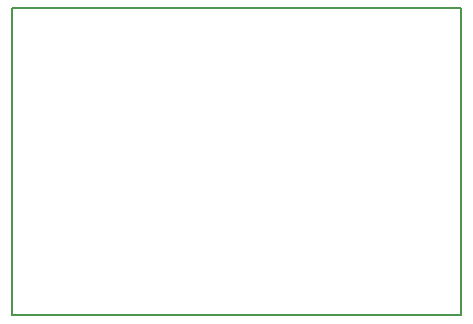
<source format=gko>
G04 #@! TF.FileFunction,Profile,NP*
%FSLAX46Y46*%
G04 Gerber Fmt 4.6, Leading zero omitted, Abs format (unit mm)*
G04 Created by KiCad (PCBNEW 4.0.4-1.fc24-product) date Thu Mar  1 09:38:40 2018*
%MOMM*%
%LPD*%
G01*
G04 APERTURE LIST*
%ADD10C,0.100000*%
%ADD11C,0.150000*%
G04 APERTURE END LIST*
D10*
D11*
X163000000Y-104000000D02*
X163000000Y-78000000D01*
X125000000Y-104000000D02*
X163000000Y-104000000D01*
X125000000Y-78000000D02*
X125000000Y-104000000D01*
X163000000Y-78000000D02*
X125000000Y-78000000D01*
M02*

</source>
